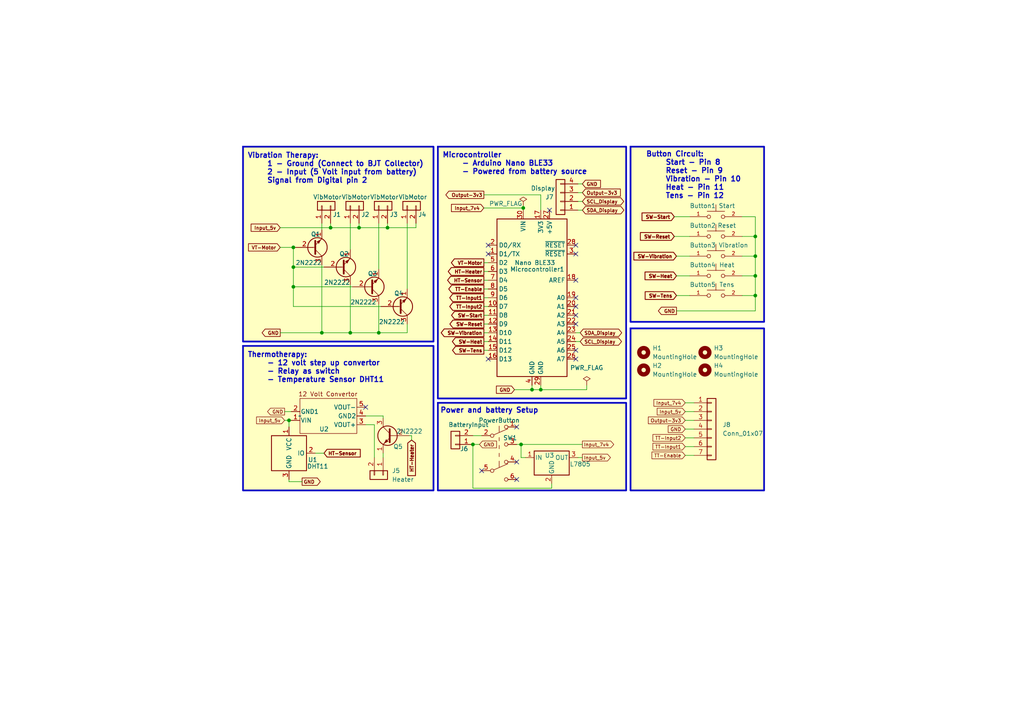
<source format=kicad_sch>
(kicad_sch (version 20230121) (generator eeschema)
  (paper "A4")
  (lib_symbols
    (symbol "12Volt_Convertor:Conn_12Volt_Convertor" (pin_names (offset 0.2))
      (property "Reference" "U" (at 1.27 3.81 0))
      (symbol "Conn_12Volt_Convertor_1_1"
        (rectangle (start 0 5.08) (end 16.51 -5.08) (fill (type background)))
        (text "12 Volt Convertor" (at 8.128 -6.35 0) (effects (font (size 1.27 1.27))))
        (pin input line (at -2.54 1.27 0) (length 2.54) (name "VIN") (number "1"))
        (pin input line (at -2.54 -1.27 0) (length 2.54) (name "GND1") (number "2"))
        (pin output line (at 19.05 2.54 180) (length 2.54) (name "VOUT+") (number "3"))
        (pin output line (at 19.05 0 180) (length 2.54) (name "GND2") (number "4"))
        (pin output line (at 19.05 -2.54 180) (length 2.54) (name "VOUT-") (number "5"))
      )
    )
    (symbol "Button_Push_2pin:BUTT-2" (pin_names (offset 1.016))
      (property "Reference" "S" (at -5.08 3.81 0))
      (property "Value" "BUTT-2" (at -5.08 -3.81 0))
      (symbol "BUTT-2_0_0"
        (circle (center -2.0638 0) (radius 0.508) (stroke (width 0.1524)))
        (polyline (pts (xy -2.54 1.5875) (xy 0 1.5875)) (stroke (width 0.1524)))
        (polyline (pts (xy 0 1.5875) (xy 0 3.4925)) (stroke (width 0.1524)))
        (polyline (pts (xy 0 1.5875) (xy 2.54 1.5875)) (stroke (width 0.1524)))
        (circle (center 2.0638 0) (radius 0.508) (stroke (width 0.1524)))
        (pin passive line (at -7.62 0 0) (length 5.08) (name "~") (number "1"))
        (pin passive line (at 7.62 0 180) (length 5.08) (name "~") (number "2"))
      )
    )
    (symbol "Connector_Generic:Conn_01x02" (pin_names (offset 1.016) hide)
      (property "Reference" "J" (at 0 2.54 0))
      (property "Value" "Conn_01x02" (at 0 -5.08 0))
      (symbol "Conn_01x02_1_1"
        (rectangle (start -1.27 -2.413) (end 0 -2.667) (stroke (width 0.1524)))
        (rectangle (start -1.27 0.127) (end 0 -0.127) (stroke (width 0.1524)))
        (rectangle (start -1.27 1.27) (end 1.27 -3.81) (stroke (width 0.254)) (fill (type background)))
        (pin passive line (at -5.08 0 0) (length 3.81) (name "Pin_1") (number "1"))
        (pin passive line (at -5.08 -2.54 0) (length 3.81) (name "Pin_2") (number "2"))
      )
    )
    (symbol "Connector_Generic:Conn_01x04" (pin_names (offset 1.016) hide)
      (property "Reference" "J" (at 0 5.08 0))
      (property "Value" "Conn_01x04" (at 0 -7.62 0))
      (symbol "Conn_01x04_1_1"
        (rectangle (start -1.27 -4.953) (end 0 -5.207) (stroke (width 0.1524)))
        (rectangle (start -1.27 -2.413) (end 0 -2.667) (stroke (width 0.1524)))
        (rectangle (start -1.27 0.127) (end 0 -0.127) (stroke (width 0.1524)))
        (rectangle (start -1.27 2.667) (end 0 2.413) (stroke (width 0.1524)))
        (rectangle (start -1.27 3.81) (end 1.27 -6.35) (stroke (width 0.254)) (fill (type background)))
        (pin passive line (at -5.08 2.54 0) (length 3.81) (name "Pin_1") (number "1"))
        (pin passive line (at -5.08 0 0) (length 3.81) (name "Pin_2") (number "2"))
        (pin passive line (at -5.08 -2.54 0) (length 3.81) (name "Pin_3") (number "3"))
        (pin passive line (at -5.08 -5.08 0) (length 3.81) (name "Pin_4") (number "4"))
      )
    )
    (symbol "Connector_Generic:Conn_01x07" (pin_names (offset 1.016) hide)
      (property "Reference" "J" (at 0 10.16 0))
      (property "Value" "Conn_01x07" (at 0 -10.16 0))
      (symbol "Conn_01x07_1_1"
        (rectangle (start -1.27 -7.493) (end 0 -7.747) (stroke (width 0.1524)))
        (rectangle (start -1.27 -4.953) (end 0 -5.207) (stroke (width 0.1524)))
        (rectangle (start -1.27 -2.413) (end 0 -2.667) (stroke (width 0.1524)))
        (rectangle (start -1.27 0.127) (end 0 -0.127) (stroke (width 0.1524)))
        (rectangle (start -1.27 2.667) (end 0 2.413) (stroke (width 0.1524)))
        (rectangle (start -1.27 5.207) (end 0 4.953) (stroke (width 0.1524)))
        (rectangle (start -1.27 7.747) (end 0 7.493) (stroke (width 0.1524)))
        (rectangle (start -1.27 8.89) (end 1.27 -8.89) (stroke (width 0.254)) (fill (type background)))
        (pin passive line (at -5.08 7.62 0) (length 3.81) (name "Pin_1") (number "1"))
        (pin passive line (at -5.08 5.08 0) (length 3.81) (name "Pin_2") (number "2"))
        (pin passive line (at -5.08 2.54 0) (length 3.81) (name "Pin_3") (number "3"))
        (pin passive line (at -5.08 0 0) (length 3.81) (name "Pin_4") (number "4"))
        (pin passive line (at -5.08 -2.54 0) (length 3.81) (name "Pin_5") (number "5"))
        (pin passive line (at -5.08 -5.08 0) (length 3.81) (name "Pin_6") (number "6"))
        (pin passive line (at -5.08 -7.62 0) (length 3.81) (name "Pin_7") (number "7"))
      )
    )
    (symbol "MCU_Module:Arduino_Nano_v2.x"
      (property "Reference" "A" (at -10.16 23.495 0))
      (property "Value" "Arduino_Nano_v2.x" (at 5.08 -24.13 0))
      (symbol "Arduino_Nano_v2.x_0_1"
        (rectangle (start -10.16 22.86) (end 10.16 -22.86) (stroke (width 0.254)) (fill (type background)))
      )
      (symbol "Arduino_Nano_v2.x_1_1"
        (pin bidirectional line (at -12.7 12.7 0) (length 2.54) (name "D1/TX") (number "1"))
        (pin bidirectional line (at -12.7 -2.54 0) (length 2.54) (name "D7") (number "10"))
        (pin bidirectional line (at -12.7 -5.08 0) (length 2.54) (name "D8") (number "11"))
        (pin bidirectional line (at -12.7 -7.62 0) (length 2.54) (name "D9") (number "12"))
        (pin bidirectional line (at -12.7 -10.16 0) (length 2.54) (name "D10") (number "13"))
        (pin bidirectional line (at -12.7 -12.7 0) (length 2.54) (name "D11") (number "14"))
        (pin bidirectional line (at -12.7 -15.24 0) (length 2.54) (name "D12") (number "15"))
        (pin bidirectional line (at -12.7 -17.78 0) (length 2.54) (name "D13") (number "16"))
        (pin power_out line (at 2.54 25.4 270) (length 2.54) (name "3V3") (number "17"))
        (pin input line (at 12.7 5.08 180) (length 2.54) (name "AREF") (number "18"))
        (pin bidirectional line (at 12.7 0 180) (length 2.54) (name "A0") (number "19"))
        (pin bidirectional line (at -12.7 15.24 0) (length 2.54) (name "D0/RX") (number "2"))
        (pin bidirectional line (at 12.7 -2.54 180) (length 2.54) (name "A1") (number "20"))
        (pin bidirectional line (at 12.7 -5.08 180) (length 2.54) (name "A2") (number "21"))
        (pin bidirectional line (at 12.7 -7.62 180) (length 2.54) (name "A3") (number "22"))
        (pin bidirectional line (at 12.7 -10.16 180) (length 2.54) (name "A4") (number "23"))
        (pin bidirectional line (at 12.7 -12.7 180) (length 2.54) (name "A5") (number "24"))
        (pin bidirectional line (at 12.7 -15.24 180) (length 2.54) (name "A6") (number "25"))
        (pin bidirectional line (at 12.7 -17.78 180) (length 2.54) (name "A7") (number "26"))
        (pin power_out line (at 5.08 25.4 270) (length 2.54) (name "+5V") (number "27"))
        (pin input line (at 12.7 15.24 180) (length 2.54) (name "~{RESET}") (number "28"))
        (pin power_in line (at 2.54 -25.4 90) (length 2.54) (name "GND") (number "29"))
        (pin input line (at 12.7 12.7 180) (length 2.54) (name "~{RESET}") (number "3"))
        (pin power_in line (at -2.54 25.4 270) (length 2.54) (name "VIN") (number "30"))
        (pin power_in line (at 0 -25.4 90) (length 2.54) (name "GND") (number "4"))
        (pin bidirectional line (at -12.7 10.16 0) (length 2.54) (name "D2") (number "5"))
        (pin bidirectional line (at -12.7 7.62 0) (length 2.54) (name "D3") (number "6"))
        (pin bidirectional line (at -12.7 5.08 0) (length 2.54) (name "D4") (number "7"))
        (pin bidirectional line (at -12.7 2.54 0) (length 2.54) (name "D5") (number "8"))
        (pin bidirectional line (at -12.7 0 0) (length 2.54) (name "D6") (number "9"))
      )
    )
    (symbol "Mechanical:MountingHole" (pin_names (offset 1.016))
      (property "Reference" "H" (at 0 5.08 0))
      (property "Value" "MountingHole" (at 0 3.175 0))
      (symbol "MountingHole_0_1"
        (circle (center 0 0) (radius 1.27) (stroke (width 1.27)))
      )
    )
    (symbol "Regulator_Linear:L7805" (pin_names (offset 0.254))
      (property "Reference" "U" (at -3.81 3.175 0))
      (property "Value" "L7805" (at 0 3.175 0))
      (symbol "L7805_0_1"
        (rectangle (start -5.08 1.905) (end 5.08 -5.08) (stroke (width 0.254)) (fill (type background)))
      )
      (symbol "L7805_1_1"
        (pin power_in line (at -7.62 0 0) (length 2.54) (name "IN") (number "1"))
        (pin power_in line (at 0 -7.62 90) (length 2.54) (name "GND") (number "2"))
        (pin power_out line (at 7.62 0 180) (length 2.54) (name "OUT") (number "3"))
      )
    )
    (symbol "Sensor:DHT11"
      (property "Reference" "U2" (at 8.255 -1.905 0))
      (property "Value" "DHT11" (at 11.43 -3.81 0))
      (symbol "DHT11_0_1"
        (rectangle (start -5.08 5.08) (end 5.08 -5.08) (stroke (width 0.254)) (fill (type background)))
      )
      (symbol "DHT11_1_1"
        (pin power_in line (at 0 7.62 270) (length 2.54) (name "VCC") (number "1"))
        (pin bidirectional line (at 7.62 0 180) (length 2.54) (name "IO") (number "2"))
        (pin power_in line (at 0 -7.62 90) (length 2.54) (name "GND") (number "3"))
        (pin no_connect line (at -5.08 0 0) (length 2.54) hide (name "NC") (number "4"))
      )
    )
    (symbol "Switch:SW_Push_DPDT" (pin_names (offset 0) hide)
      (property "Reference" "SW" (at 0 8.89 0))
      (property "Value" "SW_Push_DPDT" (at 0 -10.16 0))
      (symbol "SW_Push_DPDT_0_0"
        (circle (center -2.032 -5.08) (radius 0.508))
        (circle (center -2.032 5.08) (radius 0.508))
        (circle (center 2.032 -7.62) (radius 0.508))
        (circle (center 2.032 2.54) (radius 0.508))
      )
      (symbol "SW_Push_DPDT_0_1"
        (polyline (pts (xy -1.524 -4.826) (xy 2.54 -3.048)))
        (polyline (pts (xy -1.524 5.334) (xy 2.54 7.112)))
        (polyline (pts (xy 0 -2.286) (xy 0 -4.064)))
        (polyline (pts (xy 0 -1.016) (xy 0 0)))
        (polyline (pts (xy 0 1.27) (xy 0 2.286)))
        (polyline (pts (xy 0 3.556) (xy 0 4.572)))
        (polyline (pts (xy 0 7.874) (xy 0 6.096)))
        (circle (center 2.032 -2.54) (radius 0.508))
        (circle (center 2.032 7.62) (radius 0.508))
      )
      (symbol "SW_Push_DPDT_1_1"
        (pin passive line (at 5.08 7.62 180) (length 2.54) (name "A") (number "1"))
        (pin passive line (at -5.08 5.08 0) (length 2.54) (name "B") (number "2"))
        (pin passive line (at 5.08 2.54 180) (length 2.54) (name "C") (number "3"))
        (pin passive line (at 5.08 -2.54 180) (length 2.54) (name "A") (number "4"))
        (pin passive line (at -5.08 -5.08 0) (length 2.54) (name "B") (number "5"))
        (pin passive line (at 5.08 -7.62 180) (length 2.54) (name "C") (number "6"))
      )
    )
    (symbol "Transistor_BJT:PN2222A" (pin_names (offset 0) hide)
      (property "Reference" "Q" (at 5.08 1.905 0))
      (property "Value" "PN2222A" (at 5.08 0 0))
      (symbol "PN2222A_0_1"
        (polyline (pts (xy 0 0) (xy 0.635 0)))
        (polyline (pts (xy 2.54 -2.54) (xy 0.635 -0.635)))
        (polyline (pts (xy 2.54 2.54) (xy 0.635 0.635)))
        (polyline (pts (xy 0.635 1.905) (xy 0.635 -1.905) (xy 0.635 -1.905)) (stroke (width 0.508)))
        (polyline (pts (xy 2.413 -2.413) (xy 1.905 -1.905) (xy 1.905 -1.905)))
        (polyline (pts (xy 1.143 -1.651) (xy 1.651 -1.143) (xy 2.159 -2.159) (xy 1.143 -1.651) (xy 1.143 -1.651)) (fill (type outline)))
        (circle (center 1.27 0) (radius 2.8194) (stroke (width 0.254)))
      )
      (symbol "PN2222A_1_1"
        (pin passive line (at 2.54 -5.08 90) (length 2.54) (name "E") (number "1"))
        (pin input line (at -5.08 0 0) (length 5.08) (name "B") (number "2"))
        (pin passive line (at 2.54 5.08 270) (length 2.54) (name "C") (number "3"))
      )
    )
    (symbol "power:PWR_FLAG" (power) (pin_numbers hide) (pin_names (offset 0) hide)
      (property "Value" "PWR_FLAG" (at 0 3.81 0))
      (symbol "PWR_FLAG_0_0"
        (pin power_out line (at 0 0 90) (length 0) (name "pwr") (number "1"))
      )
      (symbol "PWR_FLAG_0_1"
        (polyline (pts (xy 0 0) (xy 0 1.27) (xy -1.016 1.905) (xy 0 2.54) (xy 1.016 1.905) (xy 0 1.27)))
      )
    )
  )
  (junction (at 101.6 96.52))
  (junction (at 93.345 96.52))
  (junction (at 156.845 113.03))
  (junction (at 104.14 66.04))
  (junction (at 83.82 121.92))
  (junction (at 85.09 77.47))
  (junction (at 151.13 128.905))
  (junction (at 219.075 80.01))
  (junction (at 219.075 68.58))
  (junction (at 112.395 66.04))
  (junction (at 85.09 71.755))
  (junction (at 151.765 60.325))
  (junction (at 109.855 96.52))
  (junction (at 154.305 113.03))
  (junction (at 219.075 85.725))
  (junction (at 95.885 66.04))
  (junction (at 137.16 128.905))
  (junction (at 85.09 83.185))
  (junction (at 219.075 74.295))
  (no_connect (at 159.385 60.96))
  (no_connect (at 149.86 139.065))
  (no_connect (at 167.005 93.98))
  (no_connect (at 149.86 133.985))
  (no_connect (at 167.005 88.9))
  (no_connect (at 141.605 104.14))
  (no_connect (at 167.005 91.44))
  (no_connect (at 106.045 118.11))
  (no_connect (at 167.005 71.12))
  (no_connect (at 139.7 136.525))
  (no_connect (at 167.005 104.14))
  (no_connect (at 141.605 71.12))
  (no_connect (at 167.005 101.6))
  (no_connect (at 141.605 73.66))
  (no_connect (at 167.005 81.28))
  (no_connect (at 167.005 73.66))
  (no_connect (at 167.005 86.36))
  (no_connect (at 149.86 123.825))
  (wire (pts (xy 167.005 99.06) (xy 168.275 99.06)))
  (wire (pts (xy 160.02 141.605) (xy 160.02 140.335)))
  (wire (pts (xy 151.765 60.325) (xy 140.335 60.325)))
  (wire (pts (xy 109.855 64.77) (xy 109.855 78.105)))
  (wire (pts (xy 137.16 128.905) (xy 137.16 141.605)))
  (wire (pts (xy 119.38 126.365) (xy 118.745 126.365)))
  (wire (pts (xy 140.335 83.82) (xy 141.605 83.82)))
  (wire (pts (xy 151.765 60.96) (xy 151.765 60.325)))
  (wire (pts (xy 93.345 66.675) (xy 93.345 64.77)))
  (wire (pts (xy 167.005 96.52) (xy 168.275 96.52)))
  (wire (pts (xy 195.58 62.865) (xy 200.025 62.865)))
  (wire (pts (xy 81.28 66.04) (xy 95.885 66.04)))
  (wire (pts (xy 198.755 116.84) (xy 201.295 116.84)))
  (wire (pts (xy 120.65 64.77) (xy 120.65 66.04)))
  (wire (pts (xy 219.075 74.295) (xy 219.075 68.58)))
  (wire (pts (xy 85.09 83.185) (xy 85.09 88.9)))
  (wire (pts (xy 85.09 77.47) (xy 85.09 83.185)))
  (wire (pts (xy 85.09 77.47) (xy 93.98 77.47)))
  (wire (pts (xy 198.755 127) (xy 201.295 127)))
  (wire (pts (xy 81.28 96.52) (xy 93.345 96.52)))
  (wire (pts (xy 140.335 81.28) (xy 141.605 81.28)))
  (wire (pts (xy 195.58 68.58) (xy 200.025 68.58)))
  (wire (pts (xy 111.125 120.65) (xy 111.125 121.285)))
  (wire (pts (xy 196.215 90.17) (xy 219.075 90.17)))
  (wire (pts (xy 198.755 129.54) (xy 201.295 129.54)))
  (wire (pts (xy 215.265 68.58) (xy 219.075 68.58)))
  (wire (pts (xy 140.335 86.36) (xy 141.605 86.36)))
  (wire (pts (xy 108.585 123.19) (xy 108.585 132.715)))
  (wire (pts (xy 156.845 111.76) (xy 156.845 113.03)))
  (wire (pts (xy 170.18 113.03) (xy 156.845 113.03)))
  (wire (pts (xy 111.125 132.715) (xy 111.125 131.445)))
  (wire (pts (xy 112.395 64.77) (xy 112.395 66.04)))
  (wire (pts (xy 156.845 113.03) (xy 154.305 113.03)))
  (wire (pts (xy 140.335 76.2) (xy 141.605 76.2)))
  (wire (pts (xy 110.49 88.9) (xy 85.09 88.9)))
  (wire (pts (xy 85.09 71.755) (xy 85.09 77.47)))
  (wire (pts (xy 106.045 123.19) (xy 108.585 123.19)))
  (wire (pts (xy 93.345 96.52) (xy 101.6 96.52)))
  (wire (pts (xy 140.335 96.52) (xy 141.605 96.52)))
  (wire (pts (xy 85.09 71.755) (xy 85.725 71.755)))
  (wire (pts (xy 198.755 124.46) (xy 201.295 124.46)))
  (wire (pts (xy 109.855 88.265) (xy 109.855 96.52)))
  (wire (pts (xy 83.82 121.92) (xy 83.82 123.825)))
  (wire (pts (xy 170.18 111.76) (xy 170.18 113.03)))
  (wire (pts (xy 81.28 71.755) (xy 85.09 71.755)))
  (wire (pts (xy 140.335 101.6) (xy 141.605 101.6)))
  (wire (pts (xy 137.16 126.365) (xy 139.7 126.365)))
  (wire (pts (xy 151.13 132.715) (xy 151.13 128.905)))
  (wire (pts (xy 152.4 132.715) (xy 151.13 132.715)))
  (wire (pts (xy 219.075 62.865) (xy 215.265 62.865)))
  (wire (pts (xy 104.14 64.77) (xy 104.14 66.04)))
  (wire (pts (xy 198.755 119.38) (xy 201.295 119.38)))
  (wire (pts (xy 219.075 68.58) (xy 219.075 62.865)))
  (wire (pts (xy 215.265 85.725) (xy 219.075 85.725)))
  (wire (pts (xy 83.82 139.7) (xy 87.63 139.7)))
  (wire (pts (xy 109.855 96.52) (xy 118.11 96.52)))
  (wire (pts (xy 112.395 66.04) (xy 120.65 66.04)))
  (wire (pts (xy 167.64 132.715) (xy 168.91 132.715)))
  (wire (pts (xy 156.845 56.515) (xy 156.845 60.96)))
  (wire (pts (xy 93.345 76.835) (xy 93.345 96.52)))
  (wire (pts (xy 118.11 64.77) (xy 118.11 83.82)))
  (wire (pts (xy 219.075 90.17) (xy 219.075 85.725)))
  (wire (pts (xy 118.11 93.98) (xy 118.11 96.52)))
  (wire (pts (xy 91.44 131.445) (xy 93.98 131.445)))
  (wire (pts (xy 160.02 141.605) (xy 137.16 141.605)))
  (wire (pts (xy 102.235 83.185) (xy 85.09 83.185)))
  (wire (pts (xy 198.755 121.92) (xy 201.295 121.92)))
  (wire (pts (xy 83.82 139.065) (xy 83.82 139.7)))
  (wire (pts (xy 196.215 74.295) (xy 200.025 74.295)))
  (wire (pts (xy 149.225 113.03) (xy 154.305 113.03)))
  (wire (pts (xy 167.64 55.88) (xy 168.91 55.88)))
  (wire (pts (xy 167.64 58.42) (xy 168.91 58.42)))
  (wire (pts (xy 101.6 82.55) (xy 101.6 96.52)))
  (wire (pts (xy 196.215 85.725) (xy 200.025 85.725)))
  (wire (pts (xy 140.335 93.98) (xy 141.605 93.98)))
  (wire (pts (xy 95.885 66.04) (xy 104.14 66.04)))
  (wire (pts (xy 140.335 56.515) (xy 156.845 56.515)))
  (wire (pts (xy 140.335 78.74) (xy 141.605 78.74)))
  (wire (pts (xy 167.64 60.96) (xy 168.91 60.96)))
  (wire (pts (xy 215.265 80.01) (xy 219.075 80.01)))
  (wire (pts (xy 196.215 80.01) (xy 200.025 80.01)))
  (wire (pts (xy 101.6 96.52) (xy 109.855 96.52)))
  (wire (pts (xy 151.13 128.905) (xy 168.91 128.905)))
  (wire (pts (xy 82.55 121.92) (xy 83.82 121.92)))
  (wire (pts (xy 83.82 121.92) (xy 84.455 121.92)))
  (wire (pts (xy 219.075 80.01) (xy 219.075 74.295)))
  (wire (pts (xy 149.86 128.905) (xy 151.13 128.905)))
  (wire (pts (xy 219.075 85.725) (xy 219.075 80.01)))
  (wire (pts (xy 104.14 66.04) (xy 112.395 66.04)))
  (wire (pts (xy 119.38 127.635) (xy 119.38 126.365)))
  (wire (pts (xy 167.64 53.34) (xy 168.91 53.34)))
  (wire (pts (xy 154.305 113.03) (xy 154.305 111.76)))
  (wire (pts (xy 140.335 91.44) (xy 141.605 91.44)))
  (wire (pts (xy 198.755 132.08) (xy 201.295 132.08)))
  (wire (pts (xy 106.045 120.65) (xy 111.125 120.65)))
  (wire (pts (xy 95.885 66.04) (xy 95.885 64.77)))
  (wire (pts (xy 151.765 59.69) (xy 151.765 60.325)))
  (wire (pts (xy 137.16 128.905) (xy 139.065 128.905)))
  (wire (pts (xy 101.6 72.39) (xy 101.6 64.77)))
  (wire (pts (xy 215.265 74.295) (xy 219.075 74.295)))
  (wire (pts (xy 140.335 99.06) (xy 141.605 99.06)))
  (wire (pts (xy 140.335 88.9) (xy 141.605 88.9)))
  (wire (pts (xy 82.55 119.38) (xy 84.455 119.38)))
  (rectangle (start 182.88 95.25) (end 221.615 142.24) (stroke (width 0.5)) (fill (type color) (color 255 255 194 1)))
  (rectangle (start 70.485 42.545) (end 125.73 99.06) (stroke (width 0.5)) (fill (type color) (color 255 255 194 1)))
  (rectangle (start 182.88 42.545) (end 221.615 93.345) (stroke (width 0.5)) (fill (type color) (color 255 255 194 1)))
  (rectangle (start 127 42.545) (end 181.61 115.57) (stroke (width 0.5)) (fill (type color) (color 255 255 194 1)))
  (rectangle (start 70.485 100.33) (end 125.73 142.24) (stroke (width 0.5)) (fill (type color) (color 255 255 194 1)))
  (rectangle (start 127 116.84) (end 181.61 142.24) (stroke (width 0.5)) (fill (type color) (color 255 255 194 1)))
  (text "Button Circuit:\n	Start - Pin 8\n	Reset - Pin 9\n	Vibration - Pin 10 \n	Heat - Pin 11 \n	Tens - Pin 12\n" (at 187.325 57.785 0) (effects (font (size 1.5 1.5) (thickness 0.3) bold) (justify left bottom)))
  (text "Power and battery Setup\n" (at 127.635 120.015 0) (effects (font (size 1.5 1.5) (thickness 0.3) bold) (justify left bottom)))
  (text "Vibration Therapy:\n	1 - Ground (Connect to BJT Collector)\n	2 - Input (5 Volt input from battery)\n	Signal from Digital pin 2" (at 71.755 53.34 0) (effects (font (size 1.5 1.5) bold) (justify left bottom)))
  (text "Microcontroller\n	- Arduino Nano BLE33\n	- Powered from battery source" (at 128.27 50.8 0) (effects (font (size 1.5 1.5) bold) (justify left bottom)))
  (text "Thermotherapy:\n	- 12 volt step up convertor\n	- Relay as switch\n	- Temperature Sensor DHT11" (at 71.755 111.125 0) (effects (font (size 1.5 1.5) (thickness 0.3) bold) (justify left bottom)))
  (global_label "Input_5v" (shape input) (at 81.28 66.04 180) (effects (font (size 1 1) bold)) (property "Intersheetrefs" "${INTERSHEET_REFS}" (effects hide)))
  (global_label "SCL_Display" (shape bidirectional) (at 168.91 58.42 0) (effects (font (size 1 1) (thickness 0.2) bold)) (property "Intersheetrefs" "${INTERSHEET_REFS}" (effects hide)))
  (global_label "SW-Heat" (shape input) (at 196.215 80.01 180) (effects (font (size 1 1) (thickness 0.254) bold)) (property "Intersheetrefs" "${INTERSHEET_REFS}" (effects hide)))
  (global_label "TT-Input2" (shape input) (at 198.755 127 180) (effects (font (size 1 1))) (property "Intersheetrefs" "${INTERSHEET_REFS}" (effects hide)))
  (global_label "TT-Enable" (shape input) (at 198.755 132.08 180) (effects (font (size 1 1))) (property "Intersheetrefs" "${INTERSHEET_REFS}" (effects hide)))
  (global_label "SW-Heat" (shape output) (at 140.335 99.06 180) (effects (font (size 1 1) (thickness 0.254) bold)) (property "Intersheetrefs" "${INTERSHEET_REFS}" (effects hide)))
  (global_label "Output-3v3" (shape output) (at 140.335 56.515 180) (effects (font (size 1 1) bold)) (property "Intersheetrefs" "${INTERSHEET_REFS}" (effects hide)))
  (global_label "Output-3v3" (shape input) (at 198.755 121.92 180) (effects (font (size 1 1))) (property "Intersheetrefs" "${INTERSHEET_REFS}" (effects hide)))
  (global_label "TT-Enable" (shape output) (at 140.335 83.82 180) (effects (font (size 1 1) (thickness 0.254) bold)) (property "Intersheetrefs" "${INTERSHEET_REFS}" (effects hide)))
  (global_label "SCL_Display" (shape bidirectional) (at 168.275 99.06 0) (effects (font (size 1 1) (thickness 0.2) bold)) (property "Intersheetrefs" "${INTERSHEET_REFS}" (effects hide)))
  (global_label "TT-Input1" (shape output) (at 140.335 86.36 180) (effects (font (size 1 1) (thickness 0.254) bold)) (property "Intersheetrefs" "${INTERSHEET_REFS}" (effects hide)))
  (global_label "SW-Tens" (shape input) (at 196.215 85.725 180) (effects (font (size 1 1) (thickness 0.254) bold)) (property "Intersheetrefs" "${INTERSHEET_REFS}" (effects hide)))
  (global_label "GND" (shape input) (at 139.065 128.905 0) (effects (font (size 1 1))) (property "Intersheetrefs" "${INTERSHEET_REFS}" (effects hide)))
  (global_label "TT-Input1" (shape input) (at 198.755 129.54 180) (effects (font (size 1 1))) (property "Intersheetrefs" "${INTERSHEET_REFS}" (effects hide)))
  (global_label "VT-Motor" (shape output) (at 140.335 76.2 180) (effects (font (size 1 1) (thickness 0.254) bold)) (property "Intersheetrefs" "${INTERSHEET_REFS}" (effects hide)))
  (global_label "HT-Heater" (shape output) (at 140.335 78.74 180) (effects (font (size 1 1) (thickness 0.254) bold)) (property "Intersheetrefs" "${INTERSHEET_REFS}" (effects hide)))
  (global_label "SW-Reset" (shape input) (at 195.58 68.58 180) (effects (font (size 1 1) (thickness 0.254) bold)) (property "Intersheetrefs" "${INTERSHEET_REFS}" (effects hide)))
  (global_label "TT-Input2" (shape output) (at 140.335 88.9 180) (effects (font (size 1 1) (thickness 0.254) bold)) (property "Intersheetrefs" "${INTERSHEET_REFS}" (effects hide)))
  (global_label "HT-Sensor" (shape input) (at 93.98 131.445 0) (effects (font (size 1 1) (thickness 0.254) bold)) (property "Intersheetrefs" "${INTERSHEET_REFS}" (effects hide)))
  (global_label "GND" (shape output) (at 196.215 90.17 180) (effects (font (size 1 1) bold)) (property "Intersheetrefs" "${INTERSHEET_REFS}" (effects hide)))
  (global_label "HT-Sensor" (shape output) (at 140.335 81.28 180) (effects (font (size 1 1) (thickness 0.254) bold)) (property "Intersheetrefs" "${INTERSHEET_REFS}" (effects hide)))
  (global_label "GND" (shape input) (at 198.755 124.46 180) (effects (font (size 1 1))) (property "Intersheetrefs" "${INTERSHEET_REFS}" (effects hide)))
  (global_label "SW-Reset" (shape output) (at 140.335 93.98 180) (effects (font (size 1 1) (thickness 0.254) bold)) (property "Intersheetrefs" "${INTERSHEET_REFS}" (effects hide)))
  (global_label "Input_7v4" (shape input) (at 140.335 60.325 180) (effects (font (size 1 1) bold)) (property "Intersheetrefs" "${INTERSHEET_REFS}" (effects hide)))
  (global_label "Output-3v3" (shape input) (at 168.91 55.88 0) (effects (font (size 1 1) bold)) (property "Intersheetrefs" "${INTERSHEET_REFS}" (effects hide)))
  (global_label "VT-Motor" (shape input) (at 81.28 71.755 180) (effects (font (size 1 1) bold)) (property "Intersheetrefs" "${INTERSHEET_REFS}" (effects hide)))
  (global_label "GND" (shape input) (at 168.91 53.34 0) (effects (font (size 1 1) bold)) (property "Intersheetrefs" "${INTERSHEET_REFS}" (effects hide)))
  (global_label "SW-Vibration" (shape output) (at 140.335 96.52 180) (effects (font (size 1 1) (thickness 0.254) bold)) (property "Intersheetrefs" "${INTERSHEET_REFS}" (effects hide)))
  (global_label "GND" (shape output) (at 81.28 96.52 180) (effects (font (size 1 1) bold)) (property "Intersheetrefs" "${INTERSHEET_REFS}" (effects hide)))
  (global_label "Input_5v" (shape output) (at 168.91 132.715 0) (effects (font (size 1 1))) (property "Intersheetrefs" "${INTERSHEET_REFS}" (effects hide)))
  (global_label "GND" (shape input) (at 149.225 113.03 180) (effects (font (size 1 1) bold)) (property "Intersheetrefs" "${INTERSHEET_REFS}" (effects hide)))
  (global_label "SW-Vibration" (shape input) (at 196.215 74.295 180) (effects (font (size 1 1) (thickness 0.254) bold)) (property "Intersheetrefs" "${INTERSHEET_REFS}" (effects hide)))
  (global_label "Input_5v" (shape input) (at 198.755 119.38 180) (effects (font (size 1 1))) (property "Intersheetrefs" "${INTERSHEET_REFS}" (effects hide)))
  (global_label "Input_5v" (shape input) (at 82.55 121.92 180) (effects (font (size 1 1))) (property "Intersheetrefs" "${INTERSHEET_REFS}" (effects hide)))
  (global_label "SDA_Display" (shape bidirectional) (at 168.91 60.96 0) (effects (font (size 1 1) (thickness 0.2) bold)) (property "Intersheetrefs" "${INTERSHEET_REFS}" (effects hide)))
  (global_label "SW-Tens" (shape output) (at 140.335 101.6 180) (effects (font (size 1 1) (thickness 0.254) bold)) (property "Intersheetrefs" "${INTERSHEET_REFS}" (effects hide)))
  (global_label "Input_7v4" (shape output) (at 168.91 128.905 0) (effects (font (size 1 1))) (property "Intersheetrefs" "${INTERSHEET_REFS}" (effects hide)))
  (global_label "SW-Start" (shape output) (at 140.335 91.44 180) (effects (font (size 1 1) (thickness 0.254) bold)) (property "Intersheetrefs" "${INTERSHEET_REFS}" (effects hide)))
  (global_label "GND" (shape output) (at 82.55 119.38 180) (effects (font (size 1 1))) (property "Intersheetrefs" "${INTERSHEET_REFS}" (effects hide)))
  (global_label "SW-Start" (shape input) (at 195.58 62.865 180) (effects (font (size 1 1) (thickness 0.254) bold)) (property "Intersheetrefs" "${INTERSHEET_REFS}" (effects hide)))
  (global_label "SDA_Display" (shape bidirectional) (at 168.275 96.52 0) (effects (font (size 1 1) (thickness 0.2) bold)) (property "Intersheetrefs" "${INTERSHEET_REFS}" (effects hide)))
  (global_label "GND" (shape output) (at 87.63 139.7 0) (effects (font (size 1 1) (thickness 0.2) bold)) (property "Intersheetrefs" "${INTERSHEET_REFS}" (effects hide)))
  (global_label "HT-Heater" (shape input) (at 119.38 127.635 270) (effects (font (size 1 1) (thickness 0.254) bold)) (property "Intersheetrefs" "${INTERSHEET_REFS}" (effects hide)))
  (global_label "Input_7v4" (shape input) (at 198.755 116.84 180) (effects (font (size 1 1))) (property "Intersheetrefs" "${INTERSHEET_REFS}" (effects hide)))
  (symbol (lib_id "12Volt_Convertor:Conn_12Volt_Convertor") (at 86.995 120.65 0) (mirror x) (unit 1)
    (property "Reference" "U2" (at 93.98 124.46 0))
    (property "Value" "~" (at 86.995 120.65 0))
    (property "Footprint" "Local Library:Step_up_Convertor_12v" (effects hide))
  )
  (symbol (lib_id "Transistor_BJT:PN2222A") (at 107.315 83.185 0) (mirror x) (unit 1)
    (property "Reference" "Q3" (at 106.68 79.375 0) (effects (justify left)))
    (property "Value" "2N2222" (at 101.6 87.63 0) (effects (justify left)))
    (property "Footprint" "Package_TO_SOT_THT:TO-92_Inline" (effects hide))
    (property "Datasheet" "https://www.onsemi.com/pub/Collateral/PN2222-D.PDF" (effects hide))
  )
  (symbol (lib_id "Switch:SW_Push_DPDT") (at 144.78 131.445 0) (unit 1)
    (property "Reference" "SW1" (at 147.955 127 0))
    (property "Value" "PowerButton" (at 144.78 121.92 0))
    (property "Footprint" "Button_Switch_THT:SW_Push_2P2T_Toggle_CK_PVA2OAH5xxxxxxV2" (effects hide))
  )
  (symbol (lib_id "Mechanical:MountingHole") (at 186.69 107.315 0) (unit 1)
    (property "Reference" "H2" (at 189.23 106.045 0) (effects (justify left)))
    (property "Value" "MountingHole" (at 189.23 108.585 0) (effects (justify left)))
    (property "Footprint" "MountingHole:MountingHole_2.5mm" (effects hide))
  )
  (symbol (lib_id "Connector_Generic:Conn_01x02") (at 93.345 59.69 90) (unit 1)
    (property "Reference" "J1" (at 96.52 62.23 90) (effects (justify right)))
    (property "Value" "VibMotor" (at 90.805 57.15 90) (effects (justify right)))
    (property "Footprint" "Connector_PinHeader_2.54mm:PinHeader_1x02_P2.54mm_Vertical" (effects hide))
  )
  (symbol (lib_id "Connector_Generic:Conn_01x02") (at 132.08 128.905 180) (unit 1)
    (property "Reference" "J6" (at 134.62 130.175 0))
    (property "Value" "BatteryInput" (at 135.89 123.19 0))
    (property "Footprint" "Connector_PinHeader_2.54mm:PinHeader_1x02_P2.54mm_Vertical" (effects hide))
  )
  (symbol (lib_id "Sensor:DHT11") (at 83.82 131.445 0) (unit 1)
    (property "Reference" "U1" (at 92.075 133.35 0) (effects (justify right)))
    (property "Value" "DHT11" (at 95.25 135.255 0) (effects (justify right)))
    (property "Footprint" "Connector_PinHeader_2.54mm:PinHeader_1x03_P2.54mm_Vertical" (effects hide))
    (property "Datasheet" "http://akizukidenshi.com/download/ds/aosong/DHT11.pdf" (effects hide))
  )
  (symbol (lib_id "Button_Push_2pin:BUTT-2") (at 207.645 85.725 0) (unit 1)
    (property "Reference" "Button5" (at 203.835 82.55 0))
    (property "Value" "Tens" (at 210.82 82.55 0))
    (property "Footprint" "Local Library:Button_Push_2pin" (effects hide))
    (property "MF" "Gravitech" (effects hide))
    (property "MAXIMUM_PACKAGE_HEIGHT" "9.5 mm" (effects hide))
    (property "Package" "None" (effects hide))
    (property "Price" "None" (effects hide))
    (property "Check_prices" "https://www.snapeda.com/parts/BUTT-2/Gravitech/view-part/?ref=eda" (effects hide))
    (property "STANDARD" "Manufactrer Recommendations" (effects hide))
    (property "PARTREV" "N/A" (effects hide))
    (property "SnapEDA_Link" "https://www.snapeda.com/parts/BUTT-2/Gravitech/view-part/?ref=snap" (effects hide))
    (property "MP" "BUTT-2" (effects hide))
    (property "Description" "\n                        \n                            Tactile Switches MINI PUSH BUTTON SWITCH 2-PIN QTY. 4\n                        \n" (effects hide))
    (property "Availability" "Not in stock" (effects hide))
    (property "MANUFACTURER" "Gravitech" (effects hide))
  )
  (symbol (lib_id "Connector_Generic:Conn_01x02") (at 109.855 59.69 90) (unit 1)
    (property "Reference" "J3" (at 113.03 62.23 90) (effects (justify right)))
    (property "Value" "VibMotor" (at 107.315 57.15 90) (effects (justify right)))
    (property "Footprint" "Connector_PinHeader_2.54mm:PinHeader_1x02_P2.54mm_Vertical" (effects hide))
  )
  (symbol (lib_id "Mechanical:MountingHole") (at 186.69 102.235 0) (unit 1)
    (property "Reference" "H1" (at 189.23 100.965 0) (effects (justify left)))
    (property "Value" "MountingHole" (at 189.23 103.505 0) (effects (justify left)))
    (property "Footprint" "MountingHole:MountingHole_2.5mm" (effects hide))
  )
  (symbol (lib_id "power:PWR_FLAG") (at 151.765 59.69 0) (unit 1)
    (property "Reference" "#FLG02" (effects hide))
    (property "Value" "PWR_FLAG" (at 146.685 59.055 0))
  )
  (symbol (lib_id "Button_Push_2pin:BUTT-2") (at 207.645 80.01 0) (unit 1)
    (property "Reference" "Button4" (at 203.835 76.835 0))
    (property "Value" "Heat" (at 210.82 76.835 0))
    (property "Footprint" "Local Library:Button_Push_2pin" (effects hide))
    (property "MF" "Gravitech" (effects hide))
    (property "MAXIMUM_PACKAGE_HEIGHT" "9.5 mm" (effects hide))
    (property "Package" "None" (effects hide))
    (property "Price" "None" (effects hide))
    (property "Check_prices" "https://www.snapeda.com/parts/BUTT-2/Gravitech/view-part/?ref=eda" (effects hide))
    (property "STANDARD" "Manufactrer Recommendations" (effects hide))
    (property "PARTREV" "N/A" (effects hide))
    (property "SnapEDA_Link" "https://www.snapeda.com/parts/BUTT-2/Gravitech/view-part/?ref=snap" (effects hide))
    (property "MP" "BUTT-2" (effects hide))
    (property "Description" "\n                        \n                            Tactile Switches MINI PUSH BUTTON SWITCH 2-PIN QTY. 4\n                        \n" (effects hide))
    (property "Availability" "Not in stock" (effects hide))
    (property "MANUFACTURER" "Gravitech" (effects hide))
  )
  (symbol (lib_id "Mechanical:MountingHole") (at 204.47 102.235 0) (unit 1)
    (property "Reference" "H3" (at 207.01 100.965 0) (effects (justify left)))
    (property "Value" "MountingHole" (at 207.01 103.505 0) (effects (justify left)))
    (property "Footprint" "MountingHole:MountingHole_2.5mm" (effects hide))
  )
  (symbol (lib_id "Button_Push_2pin:BUTT-2") (at 207.645 74.295 0) (unit 1)
    (property "Reference" "Button3" (at 203.835 71.12 0))
    (property "Value" "Vibration" (at 212.725 71.12 0))
    (property "Footprint" "Local Library:Button_Push_2pin" (effects hide))
    (property "MF" "Gravitech" (effects hide))
    (property "MAXIMUM_PACKAGE_HEIGHT" "9.5 mm" (effects hide))
    (property "Package" "None" (effects hide))
    (property "Price" "None" (effects hide))
    (property "Check_prices" "https://www.snapeda.com/parts/BUTT-2/Gravitech/view-part/?ref=eda" (effects hide))
    (property "STANDARD" "Manufactrer Recommendations" (effects hide))
    (property "PARTREV" "N/A" (effects hide))
    (property "SnapEDA_Link" "https://www.snapeda.com/parts/BUTT-2/Gravitech/view-part/?ref=snap" (effects hide))
    (property "MP" "BUTT-2" (effects hide))
    (property "Description" "\n                        \n                            Tactile Switches MINI PUSH BUTTON SWITCH 2-PIN QTY. 4\n                        \n" (effects hide))
    (property "Availability" "Not in stock" (effects hide))
    (property "MANUFACTURER" "Gravitech" (effects hide))
  )
  (symbol (lib_id "Button_Push_2pin:BUTT-2") (at 207.645 62.865 0) (unit 1)
    (property "Reference" "Button1" (at 203.835 59.69 0))
    (property "Value" "Start" (at 210.82 59.69 0))
    (property "Footprint" "Local Library:Button_Push_2pin" (effects hide))
    (property "MF" "Gravitech" (effects hide))
    (property "MAXIMUM_PACKAGE_HEIGHT" "9.5 mm" (effects hide))
    (property "Package" "None" (effects hide))
    (property "Price" "None" (effects hide))
    (property "Check_prices" "https://www.snapeda.com/parts/BUTT-2/Gravitech/view-part/?ref=eda" (effects hide))
    (property "STANDARD" "Manufactrer Recommendations" (effects hide))
    (property "PARTREV" "N/A" (effects hide))
    (property "SnapEDA_Link" "https://www.snapeda.com/parts/BUTT-2/Gravitech/view-part/?ref=snap" (effects hide))
    (property "MP" "BUTT-2" (effects hide))
    (property "Description" "\n                        \n                            Tactile Switches MINI PUSH BUTTON SWITCH 2-PIN QTY. 4\n                        \n" (effects hide))
    (property "Availability" "Not in stock" (effects hide))
    (property "MANUFACTURER" "Gravitech" (effects hide))
  )
  (symbol (lib_id "Mechanical:MountingHole") (at 204.47 107.315 0) (unit 1)
    (property "Reference" "H4" (at 207.01 106.045 0) (effects (justify left)))
    (property "Value" "MountingHole" (at 207.01 108.585 0) (effects (justify left)))
    (property "Footprint" "MountingHole:MountingHole_2.5mm" (effects hide))
  )
  (symbol (lib_id "Button_Push_2pin:BUTT-2") (at 207.645 68.58 0) (unit 1)
    (property "Reference" "Button2" (at 203.835 65.405 0))
    (property "Value" "Reset" (at 210.82 65.405 0))
    (property "Footprint" "Local Library:Button_Push_2pin" (effects hide))
    (property "MF" "Gravitech" (effects hide))
    (property "MAXIMUM_PACKAGE_HEIGHT" "9.5 mm" (effects hide))
    (property "Package" "None" (effects hide))
    (property "Price" "None" (effects hide))
    (property "Check_prices" "https://www.snapeda.com/parts/BUTT-2/Gravitech/view-part/?ref=eda" (effects hide))
    (property "STANDARD" "Manufactrer Recommendations" (effects hide))
    (property "PARTREV" "N/A" (effects hide))
    (property "SnapEDA_Link" "https://www.snapeda.com/parts/BUTT-2/Gravitech/view-part/?ref=snap" (effects hide))
    (property "MP" "BUTT-2" (effects hide))
    (property "Description" "\n                        \n                            Tactile Switches MINI PUSH BUTTON SWITCH 2-PIN QTY. 4\n                        \n" (effects hide))
    (property "Availability" "Not in stock" (effects hide))
    (property "MANUFACTURER" "Gravitech" (effects hide))
  )
  (symbol (lib_id "Connector_Generic:Conn_01x04") (at 162.56 58.42 180) (unit 1)
    (property "Reference" "J7" (at 159.385 57.15 0))
    (property "Value" "Display" (at 157.48 54.61 0))
    (property "Footprint" "Connector_PinSocket_2.54mm:PinSocket_1x04_P2.54mm_Vertical" (effects hide))
  )
  (symbol (lib_id "Connector_Generic:Conn_01x02") (at 101.6 59.69 90) (unit 1)
    (property "Reference" "J2" (at 104.775 62.23 90) (effects (justify right)))
    (property "Value" "VibMotor" (at 99.06 57.15 90) (effects (justify right)))
    (property "Footprint" "Connector_PinHeader_2.54mm:PinHeader_1x02_P2.54mm_Vertical" (effects hide))
  )
  (symbol (lib_id "Regulator_Linear:L7805") (at 160.02 132.715 0) (unit 1)
    (property "Reference" "U3" (at 159.385 132.08 0))
    (property "Value" "L7805" (at 168.275 134.62 0))
    (property "Footprint" "Package_TO_SOT_THT:TO-220-3_Vertical" (effects hide))
    (property "Datasheet" "http://www.st.com/content/ccc/resource/technical/document/datasheet/41/4f/b3/b0/12/d4/47/88/CD00000444.pdf/files/CD00000444.pdf/jcr:content/translations/en.CD00000444.pdf" (effects hide))
  )
  (symbol (lib_id "Connector_Generic:Conn_01x07") (at 206.375 124.46 0) (unit 1)
    (property "Reference" "J8" (at 209.55 123.19 0) (effects (justify left)))
    (property "Value" "Conn_01x07" (at 209.55 125.73 0) (effects (justify left)))
    (property "Footprint" "Connector_PinHeader_2.54mm:PinHeader_1x07_P2.54mm_Vertical" (effects hide))
  )
  (symbol (lib_id "Transistor_BJT:PN2222A") (at 113.665 126.365 0) (mirror y) (unit 1)
    (property "Reference" "Q5" (at 116.84 129.54 0) (effects (justify left)))
    (property "Value" "2N2222" (at 122.555 125.095 0) (effects (justify left)))
    (property "Footprint" "Package_TO_SOT_THT:TO-92_Inline" (effects hide))
    (property "Datasheet" "https://www.onsemi.com/pub/Collateral/PN2222-D.PDF" (effects hide))
  )
  (symbol (lib_id "Transistor_BJT:PN2222A") (at 90.805 71.755 0) (mirror x) (unit 1)
    (property "Reference" "Q1" (at 90.17 67.945 0) (effects (justify left)))
    (property "Value" "2N2222" (at 85.725 76.2 0) (effects (justify left)))
    (property "Footprint" "Package_TO_SOT_THT:TO-92_Inline" (effects hide))
    (property "Datasheet" "https://www.onsemi.com/pub/Collateral/PN2222-D.PDF" (effects hide))
  )
  (symbol (lib_id "power:PWR_FLAG") (at 170.18 111.76 0) (unit 1)
    (property "Reference" "#FLG01" (effects hide))
    (property "Value" "PWR_FLAG" (at 170.18 106.68 0))
  )
  (symbol (lib_id "Connector_Generic:Conn_01x02") (at 111.125 137.795 270) (unit 1)
    (property "Reference" "J5" (at 113.665 136.525 90) (effects (justify left)))
    (property "Value" "Heater" (at 113.665 139.065 90) (effects (justify left)))
    (property "Footprint" "Connector_PinHeader_2.54mm:PinHeader_1x02_P2.54mm_Vertical" (effects hide))
  )
  (symbol (lib_id "Transistor_BJT:PN2222A") (at 99.06 77.47 0) (mirror x) (unit 1)
    (property "Reference" "Q2" (at 98.425 73.66 0) (effects (justify left)))
    (property "Value" "2N2222" (at 93.98 81.915 0) (effects (justify left)))
    (property "Footprint" "Package_TO_SOT_THT:TO-92_Inline" (effects hide))
    (property "Datasheet" "https://www.onsemi.com/pub/Collateral/PN2222-D.PDF" (effects hide))
  )
  (symbol (lib_id "MCU_Module:Arduino_Nano_v2.x") (at 154.305 86.36 0) (unit 1)
    (property "Reference" "Microcontroller1" (at 147.955 78.105 0) (effects (justify left)))
    (property "Value" "Nano BLE33" (at 149.225 76.2 0) (effects (justify left)))
    (property "Footprint" "Module:Arduino_Nano" (effects hide))
    (property "Datasheet" "https://www.arduino.cc/en/uploads/Main/ArduinoNanoManual23.pdf" (effects hide))
  )
  (symbol (lib_id "Transistor_BJT:PN2222A") (at 115.57 88.9 0) (mirror x) (unit 1)
    (property "Reference" "Q4" (at 114.3 85.09 0) (effects (justify left)))
    (property "Value" "2N2222" (at 109.855 93.345 0) (effects (justify left)))
    (property "Footprint" "Package_TO_SOT_THT:TO-92_Inline" (effects hide))
    (property "Datasheet" "https://www.onsemi.com/pub/Collateral/PN2222-D.PDF" (effects hide))
  )
  (symbol (lib_id "Connector_Generic:Conn_01x02") (at 118.11 59.69 90) (unit 1)
    (property "Reference" "J4" (at 121.285 62.23 90) (effects (justify right)))
    (property "Value" "VibMotor" (at 115.57 57.15 90) (effects (justify right)))
    (property "Footprint" "Connector_PinHeader_2.54mm:PinHeader_1x02_P2.54mm_Vertical" (effects hide))
  )
)
</source>
